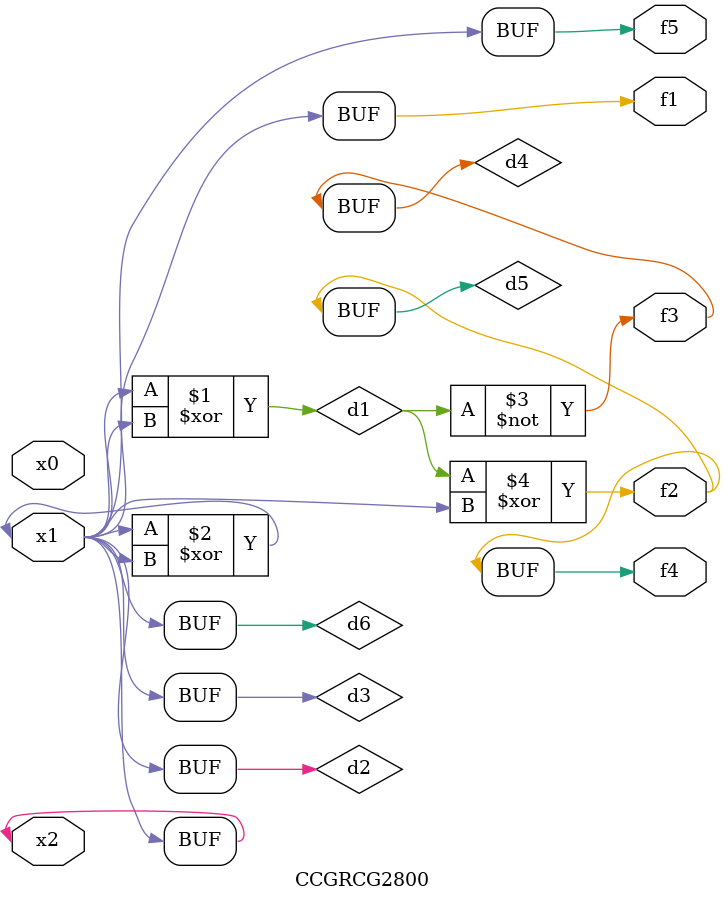
<source format=v>
module CCGRCG2800(
	input x0, x1, x2,
	output f1, f2, f3, f4, f5
);

	wire d1, d2, d3, d4, d5, d6;

	xor (d1, x1, x2);
	buf (d2, x1, x2);
	xor (d3, x1, x2);
	nor (d4, d1);
	xor (d5, d1, d2);
	buf (d6, d2, d3);
	assign f1 = d6;
	assign f2 = d5;
	assign f3 = d4;
	assign f4 = d5;
	assign f5 = d6;
endmodule

</source>
